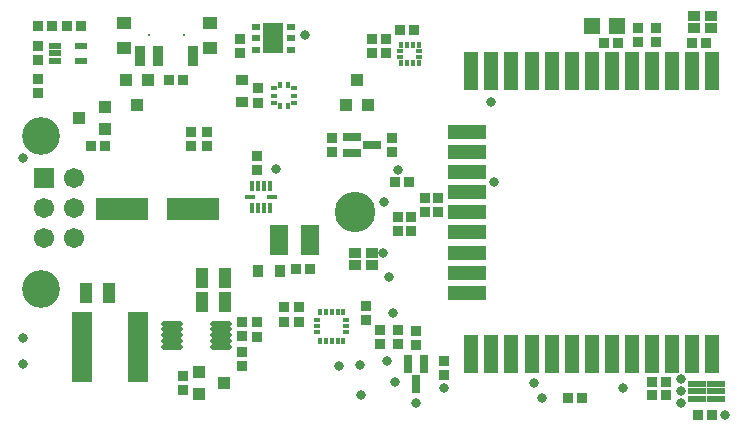
<source format=gts>
%FSLAX23Y23*%
%MOIN*%
G70*
G01*
G75*
G04 Layer_Color=8388736*
%ADD10R,0.026X0.030*%
%ADD11R,0.030X0.026*%
%ADD12R,0.031X0.028*%
%ADD13R,0.039X0.031*%
%ADD14R,0.028X0.059*%
%ADD15R,0.012X0.020*%
%ADD16R,0.020X0.012*%
%ADD17R,0.051X0.022*%
%ADD18R,0.024X0.024*%
%ADD19R,0.118X0.039*%
%ADD20R,0.039X0.118*%
%ADD21R,0.010X0.020*%
%ADD22R,0.020X0.010*%
%ADD23R,0.010X0.013*%
%ADD24R,0.013X0.010*%
%ADD25O,0.065X0.012*%
%ADD26R,0.037X0.018*%
%ADD27R,0.035X0.031*%
%ADD28R,0.031X0.035*%
%ADD29R,0.063X0.224*%
%ADD30R,0.024X0.024*%
%ADD31R,0.035X0.026*%
%ADD32R,0.026X0.035*%
%ADD33R,0.033X0.059*%
%ADD34R,0.169X0.065*%
%ADD35R,0.053X0.094*%
%ADD36R,0.028X0.018*%
%ADD37R,0.063X0.098*%
%ADD38R,0.012X0.031*%
%ADD39R,0.031X0.012*%
%ADD40R,0.047X0.047*%
%ADD41R,0.051X0.016*%
%ADD42R,0.022X0.051*%
%ADD43C,0.010*%
%ADD44C,0.030*%
%ADD45C,0.015*%
%ADD46C,0.020*%
%ADD47C,0.040*%
%ADD48C,0.011*%
%ADD49C,0.008*%
%ADD50C,0.125*%
%ADD51C,0.118*%
%ADD52C,0.059*%
%ADD53R,0.059X0.059*%
%ADD54C,0.025*%
%ADD55C,0.010*%
%ADD56C,0.004*%
%ADD57C,0.001*%
%ADD58C,0.008*%
%ADD59C,0.006*%
%ADD60R,0.034X0.038*%
%ADD61R,0.038X0.034*%
%ADD62R,0.039X0.036*%
%ADD63R,0.047X0.039*%
%ADD64R,0.036X0.067*%
%ADD65R,0.013X0.021*%
%ADD66R,0.021X0.013*%
%ADD67R,0.059X0.030*%
%ADD68R,0.032X0.032*%
%ADD69R,0.126X0.047*%
%ADD70R,0.047X0.126*%
%ADD71R,0.012X0.022*%
%ADD72R,0.022X0.012*%
%ADD73R,0.016X0.019*%
%ADD74R,0.019X0.016*%
%ADD75O,0.073X0.020*%
%ADD76R,0.041X0.022*%
%ADD77R,0.043X0.039*%
%ADD78R,0.039X0.043*%
%ADD79R,0.071X0.232*%
%ADD80R,0.032X0.032*%
%ADD81R,0.043X0.034*%
%ADD82R,0.034X0.043*%
%ADD83R,0.041X0.067*%
%ADD84R,0.177X0.073*%
%ADD85R,0.061X0.102*%
%ADD86R,0.031X0.022*%
%ADD87R,0.067X0.102*%
%ADD88R,0.018X0.037*%
%ADD89R,0.037X0.018*%
%ADD90R,0.055X0.055*%
%ADD91R,0.059X0.024*%
%ADD92R,0.030X0.059*%
%ADD93C,0.008*%
%ADD94C,0.135*%
%ADD95C,0.126*%
%ADD96C,0.067*%
%ADD97R,0.067X0.067*%
%ADD98C,0.033*%
D60*
X135Y-63D02*
D03*
Y-17D02*
D03*
X90Y-63D02*
D03*
Y-17D02*
D03*
X150Y-397D02*
D03*
Y-443D02*
D03*
X-545Y222D02*
D03*
Y268D02*
D03*
X-600D02*
D03*
Y222D02*
D03*
X90Y-392D02*
D03*
Y-438D02*
D03*
X-15Y-312D02*
D03*
Y-358D02*
D03*
X70Y248D02*
D03*
Y202D02*
D03*
X-130Y248D02*
D03*
Y202D02*
D03*
X-430Y-467D02*
D03*
Y-513D02*
D03*
Y-413D02*
D03*
Y-367D02*
D03*
X-1110Y553D02*
D03*
Y507D02*
D03*
Y443D02*
D03*
Y397D02*
D03*
X30Y-392D02*
D03*
Y-438D02*
D03*
X890Y567D02*
D03*
Y613D02*
D03*
X-625Y-547D02*
D03*
Y-593D02*
D03*
X950Y613D02*
D03*
Y567D02*
D03*
X245Y-497D02*
D03*
Y-543D02*
D03*
D61*
X82Y100D02*
D03*
X128D02*
D03*
X-627Y440D02*
D03*
X-673D02*
D03*
X1072Y565D02*
D03*
X1118D02*
D03*
X-248Y-190D02*
D03*
X-202D02*
D03*
X-1062Y620D02*
D03*
X-1108D02*
D03*
X-933Y220D02*
D03*
X-887D02*
D03*
X777Y565D02*
D03*
X823D02*
D03*
X657Y-620D02*
D03*
X703D02*
D03*
D62*
X-53Y-175D02*
D03*
X3D02*
D03*
Y-135D02*
D03*
X-53D02*
D03*
X1133Y655D02*
D03*
X1077D02*
D03*
Y615D02*
D03*
X1133D02*
D03*
D63*
X-536Y549D02*
D03*
Y631D02*
D03*
X-824Y549D02*
D03*
Y631D02*
D03*
D64*
X-591Y521D02*
D03*
X-710D02*
D03*
X-769D02*
D03*
D65*
X-277Y355D02*
D03*
X-301D02*
D03*
Y424D02*
D03*
X-277D02*
D03*
D66*
X-323Y366D02*
D03*
Y389D02*
D03*
Y413D02*
D03*
X-255D02*
D03*
Y389D02*
D03*
Y366D02*
D03*
D67*
X3Y225D02*
D03*
X-63Y199D02*
D03*
Y251D02*
D03*
D68*
X936Y-610D02*
D03*
X984D02*
D03*
X96Y609D02*
D03*
X144D02*
D03*
X-966Y620D02*
D03*
X-1014D02*
D03*
X936Y-565D02*
D03*
X984D02*
D03*
X1139Y-675D02*
D03*
X1091D02*
D03*
D69*
X320Y-268D02*
D03*
Y-201D02*
D03*
Y-134D02*
D03*
Y-67D02*
D03*
Y0D02*
D03*
Y67D02*
D03*
Y134D02*
D03*
Y201D02*
D03*
Y268D02*
D03*
D70*
X335Y472D02*
D03*
X402D02*
D03*
X469D02*
D03*
X536D02*
D03*
X603D02*
D03*
X670D02*
D03*
X737D02*
D03*
X804D02*
D03*
X871D02*
D03*
X938D02*
D03*
X1005D02*
D03*
X1072D02*
D03*
X1139D02*
D03*
Y-472D02*
D03*
X1072D02*
D03*
X1005D02*
D03*
X938D02*
D03*
X871D02*
D03*
X804D02*
D03*
X737D02*
D03*
X670D02*
D03*
X603D02*
D03*
X536D02*
D03*
X469D02*
D03*
X402D02*
D03*
X335D02*
D03*
D71*
X-169Y-428D02*
D03*
X-150D02*
D03*
X-130D02*
D03*
X-110D02*
D03*
X-91D02*
D03*
Y-332D02*
D03*
X-110D02*
D03*
X-130D02*
D03*
X-150D02*
D03*
X-169D02*
D03*
D72*
X-82Y-400D02*
D03*
Y-380D02*
D03*
Y-360D02*
D03*
X-178Y-360D02*
D03*
Y-380D02*
D03*
Y-400D02*
D03*
D73*
X160Y559D02*
D03*
X140D02*
D03*
X120D02*
D03*
X100D02*
D03*
Y498D02*
D03*
X120D02*
D03*
X140D02*
D03*
X160D02*
D03*
D74*
X99Y538D02*
D03*
Y519D02*
D03*
X161D02*
D03*
Y538D02*
D03*
D75*
X-498Y-449D02*
D03*
Y-430D02*
D03*
Y-410D02*
D03*
Y-390D02*
D03*
Y-371D02*
D03*
X-662Y-449D02*
D03*
Y-430D02*
D03*
Y-410D02*
D03*
Y-390D02*
D03*
Y-371D02*
D03*
D76*
X-967Y556D02*
D03*
Y504D02*
D03*
X-1053D02*
D03*
Y530D02*
D03*
Y556D02*
D03*
D77*
X-572Y-533D02*
D03*
Y-607D02*
D03*
X-488Y-570D02*
D03*
X-886Y278D02*
D03*
Y352D02*
D03*
X-971Y315D02*
D03*
D78*
X-743Y442D02*
D03*
X-817D02*
D03*
X-780Y358D02*
D03*
X-45Y442D02*
D03*
X-8Y358D02*
D03*
X-82D02*
D03*
D79*
X-777Y-450D02*
D03*
X-963D02*
D03*
D80*
X-435Y579D02*
D03*
Y531D02*
D03*
X-375Y366D02*
D03*
Y414D02*
D03*
X-240Y-364D02*
D03*
Y-316D02*
D03*
X-290Y-364D02*
D03*
Y-316D02*
D03*
X50Y531D02*
D03*
Y579D02*
D03*
X5Y531D02*
D03*
Y579D02*
D03*
X-380Y141D02*
D03*
Y189D02*
D03*
Y-366D02*
D03*
Y-414D02*
D03*
X225Y49D02*
D03*
Y1D02*
D03*
X180Y49D02*
D03*
Y1D02*
D03*
D81*
X-430Y369D02*
D03*
Y441D02*
D03*
D82*
X-304Y-195D02*
D03*
X-376D02*
D03*
D83*
X-487Y-300D02*
D03*
X-563D02*
D03*
X-487Y-220D02*
D03*
X-563D02*
D03*
X-948Y-270D02*
D03*
X-872D02*
D03*
D84*
X-828Y10D02*
D03*
X-592D02*
D03*
D85*
X-307Y-92D02*
D03*
X-203D02*
D03*
D86*
X-266Y541D02*
D03*
Y580D02*
D03*
Y619D02*
D03*
X-384D02*
D03*
Y580D02*
D03*
Y541D02*
D03*
D87*
X-325Y580D02*
D03*
D88*
X-336Y87D02*
D03*
X-356D02*
D03*
X-376D02*
D03*
X-396D02*
D03*
Y13D02*
D03*
X-376D02*
D03*
X-356D02*
D03*
X-336D02*
D03*
D89*
X-403Y50D02*
D03*
X-329D02*
D03*
D90*
X821Y620D02*
D03*
X739D02*
D03*
D91*
X1089Y-571D02*
D03*
Y-622D02*
D03*
Y-597D02*
D03*
X1152D02*
D03*
Y-622D02*
D03*
Y-571D02*
D03*
D92*
X150Y-573D02*
D03*
X124Y-507D02*
D03*
X176D02*
D03*
D93*
X-621Y590D02*
D03*
X-739D02*
D03*
D94*
X-51Y0D02*
D03*
D95*
X-1100Y256D02*
D03*
Y-256D02*
D03*
D96*
X-990Y115D02*
D03*
Y-85D02*
D03*
Y15D02*
D03*
X-1090D02*
D03*
Y-85D02*
D03*
D97*
Y115D02*
D03*
D98*
X45Y35D02*
D03*
X-220Y590D02*
D03*
X-1160Y180D02*
D03*
Y-505D02*
D03*
Y-420D02*
D03*
X410Y100D02*
D03*
X402Y367D02*
D03*
X90Y140D02*
D03*
X40Y-135D02*
D03*
X-315Y145D02*
D03*
X-105Y-513D02*
D03*
X-32Y-609D02*
D03*
X80Y-565D02*
D03*
X55Y-495D02*
D03*
X245Y-585D02*
D03*
X545Y-570D02*
D03*
X570Y-620D02*
D03*
X840Y-585D02*
D03*
X1035Y-595D02*
D03*
Y-635D02*
D03*
Y-555D02*
D03*
X1180Y-675D02*
D03*
X60Y-215D02*
D03*
X150Y-635D02*
D03*
X75Y-335D02*
D03*
X-35Y-510D02*
D03*
M02*

</source>
